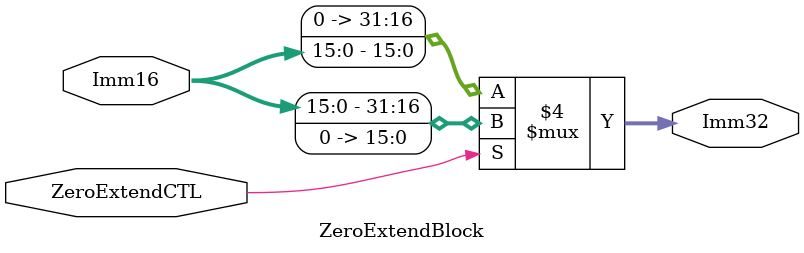
<source format=v>
`timescale 1ns / 1ps
module ZeroExtendBlock(Imm16, Imm32, ZeroExtendCTL);

input [15:0] Imm16;
input ZeroExtendCTL;
output reg [31:0] Imm32;

always @ (*) begin
	if (ZeroExtendCTL == 1'b0) begin
		Imm32 = {16'b0000000000000000, Imm16};  // Everything else 
	end else begin
		Imm32 = {Imm16, 16'b0000000000000000};  // LUI
	end
end


endmodule

</source>
